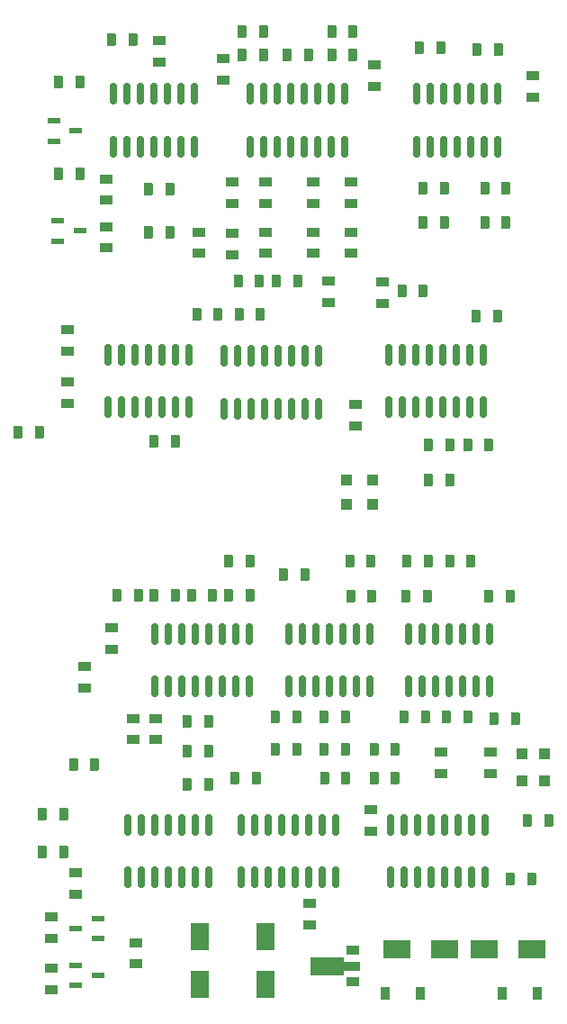
<source format=gbr>
%TF.GenerationSoftware,KiCad,Pcbnew,(5.99.0-10623-gbaf868fce7)*%
%TF.CreationDate,2021-05-29T08:15:44+02:00*%
%TF.ProjectId,voltage_processor,766f6c74-6167-4655-9f70-726f63657373,6*%
%TF.SameCoordinates,Original*%
%TF.FileFunction,Paste,Top*%
%TF.FilePolarity,Positive*%
%FSLAX46Y46*%
G04 Gerber Fmt 4.6, Leading zero omitted, Abs format (unit mm)*
G04 Created by KiCad (PCBNEW (5.99.0-10623-gbaf868fce7)) date 2021-05-29 08:15:44*
%MOMM*%
%LPD*%
G01*
G04 APERTURE LIST*
G04 Aperture macros list*
%AMRoundRect*
0 Rectangle with rounded corners*
0 $1 Rounding radius*
0 $2 $3 $4 $5 $6 $7 $8 $9 X,Y pos of 4 corners*
0 Add a 4 corners polygon primitive as box body*
4,1,4,$2,$3,$4,$5,$6,$7,$8,$9,$2,$3,0*
0 Add four circle primitives for the rounded corners*
1,1,$1+$1,$2,$3*
1,1,$1+$1,$4,$5*
1,1,$1+$1,$6,$7*
1,1,$1+$1,$8,$9*
0 Add four rect primitives between the rounded corners*
20,1,$1+$1,$2,$3,$4,$5,0*
20,1,$1+$1,$4,$5,$6,$7,0*
20,1,$1+$1,$6,$7,$8,$9,0*
20,1,$1+$1,$8,$9,$2,$3,0*%
%AMFreePoly0*
4,1,9,3.862500,-0.866500,0.737500,-0.866500,0.737500,-0.450000,-0.737500,-0.450000,-0.737500,0.450000,0.737500,0.450000,0.737500,0.866500,3.862500,0.866500,3.862500,-0.866500,3.862500,-0.866500,$1*%
G04 Aperture macros list end*
%ADD10RoundRect,0.219375X0.219375X0.410625X-0.219375X0.410625X-0.219375X-0.410625X0.219375X-0.410625X0*%
%ADD11RoundRect,0.219375X-0.219375X-0.410625X0.219375X-0.410625X0.219375X0.410625X-0.219375X0.410625X0*%
%ADD12RoundRect,0.219375X0.410625X-0.219375X0.410625X0.219375X-0.410625X0.219375X-0.410625X-0.219375X0*%
%ADD13RoundRect,0.150000X0.150000X-0.825000X0.150000X0.825000X-0.150000X0.825000X-0.150000X-0.825000X0*%
%ADD14R,1.800000X2.600000*%
%ADD15RoundRect,0.219375X-0.410625X0.219375X-0.410625X-0.219375X0.410625X-0.219375X0.410625X0.219375X0*%
%ADD16R,1.000000X1.000000*%
%ADD17R,1.300000X0.600000*%
%ADD18R,2.600000X1.800000*%
%ADD19R,0.900000X1.200000*%
%ADD20R,1.300000X0.900000*%
%ADD21FreePoly0,180.000000*%
G04 APERTURE END LIST*
D10*
%TO.C,R26*%
X177600000Y-46600000D03*
X175600000Y-46600000D03*
%TD*%
D11*
%TO.C,R68*%
X183300000Y-111100000D03*
X185300000Y-111100000D03*
%TD*%
D12*
%TO.C,R78*%
X160750000Y-108350000D03*
X160750000Y-106350000D03*
%TD*%
D10*
%TO.C,R58*%
X197100000Y-96450000D03*
X195100000Y-96450000D03*
%TD*%
D13*
%TO.C,IC3*%
X175495000Y-126175000D03*
X176765000Y-126175000D03*
X178035000Y-126175000D03*
X179305000Y-126175000D03*
X180575000Y-126175000D03*
X181845000Y-126175000D03*
X183115000Y-126175000D03*
X184385000Y-126175000D03*
X184385000Y-121225000D03*
X183115000Y-121225000D03*
X181845000Y-121225000D03*
X180575000Y-121225000D03*
X179305000Y-121225000D03*
X178035000Y-121225000D03*
X176765000Y-121225000D03*
X175495000Y-121225000D03*
%TD*%
D11*
%TO.C,R72*%
X174300000Y-99600000D03*
X176300000Y-99600000D03*
%TD*%
D14*
%TO.C,C1*%
X177775000Y-136250000D03*
X177775000Y-131750000D03*
%TD*%
D11*
%TO.C,C31*%
X174300000Y-96400000D03*
X176300000Y-96400000D03*
%TD*%
D10*
%TO.C,R75*%
X161700000Y-115600000D03*
X159700000Y-115600000D03*
%TD*%
D15*
%TO.C,R22*%
X167794949Y-47493349D03*
X167794949Y-49493349D03*
%TD*%
D10*
%TO.C,R7*%
X200400000Y-61400000D03*
X198400000Y-61400000D03*
%TD*%
D11*
%TO.C,R21*%
X156800000Y-123800000D03*
X158800000Y-123800000D03*
%TD*%
D10*
%TO.C,R102*%
X168800000Y-65500000D03*
X166800000Y-65500000D03*
%TD*%
%TO.C,R63*%
X187800000Y-99700000D03*
X185800000Y-99700000D03*
%TD*%
D15*
%TO.C,R90*%
X157600000Y-134700000D03*
X157600000Y-136700000D03*
%TD*%
D11*
%TO.C,C30*%
X170400000Y-114300000D03*
X172400000Y-114300000D03*
%TD*%
D10*
%TO.C,R106*%
X172800000Y-99600000D03*
X170800000Y-99600000D03*
%TD*%
D11*
%TO.C,R103*%
X197600000Y-73400000D03*
X199600000Y-73400000D03*
%TD*%
D12*
%TO.C,R10*%
X159100000Y-81600000D03*
X159100000Y-79600000D03*
%TD*%
%TO.C,C15*%
X177794949Y-67493349D03*
X177794949Y-65493349D03*
%TD*%
D15*
%TO.C,R19*%
X171500000Y-65500000D03*
X171500000Y-67500000D03*
%TD*%
D10*
%TO.C,R61*%
X200800000Y-99700000D03*
X198800000Y-99700000D03*
%TD*%
D11*
%TO.C,R16*%
X193100000Y-88800000D03*
X195100000Y-88800000D03*
%TD*%
D10*
%TO.C,R15*%
X169300000Y-85200000D03*
X167300000Y-85200000D03*
%TD*%
D13*
%TO.C,U1*%
X191970000Y-57450000D03*
X193240000Y-57450000D03*
X194510000Y-57450000D03*
X195780000Y-57450000D03*
X197050000Y-57450000D03*
X198320000Y-57450000D03*
X199590000Y-57450000D03*
X199590000Y-52500000D03*
X198320000Y-52500000D03*
X197050000Y-52500000D03*
X195780000Y-52500000D03*
X194510000Y-52500000D03*
X193240000Y-52500000D03*
X191970000Y-52500000D03*
%TD*%
D10*
%TO.C,R48*%
X156500000Y-84300000D03*
X154500000Y-84300000D03*
%TD*%
%TO.C,R69*%
X169300000Y-99600000D03*
X167300000Y-99600000D03*
%TD*%
D11*
%TO.C,C28*%
X163800000Y-99600000D03*
X165800000Y-99600000D03*
%TD*%
D16*
%TO.C,D7*%
X204000000Y-117050000D03*
X204000000Y-114550000D03*
%TD*%
D15*
%TO.C,R36*%
X194300000Y-114400000D03*
X194300000Y-116400000D03*
%TD*%
D17*
%TO.C,Q3*%
X158244949Y-64443349D03*
X158244949Y-66343349D03*
X160344949Y-65393349D03*
%TD*%
D12*
%TO.C,C32*%
X167400000Y-113200000D03*
X167400000Y-111200000D03*
%TD*%
D10*
%TO.C,R32*%
X199700000Y-48300000D03*
X197700000Y-48300000D03*
%TD*%
%TO.C,R49*%
X160294949Y-59993349D03*
X158294949Y-59993349D03*
%TD*%
%TO.C,R52*%
X180700000Y-114100000D03*
X178700000Y-114100000D03*
%TD*%
D12*
%TO.C,R38*%
X188800000Y-72200000D03*
X188800000Y-70200000D03*
%TD*%
D13*
%TO.C,U9*%
X179940000Y-108225000D03*
X181210000Y-108225000D03*
X182480000Y-108225000D03*
X183750000Y-108225000D03*
X185020000Y-108225000D03*
X186290000Y-108225000D03*
X187560000Y-108225000D03*
X187560000Y-103275000D03*
X186290000Y-103275000D03*
X185020000Y-103275000D03*
X183750000Y-103275000D03*
X182480000Y-103275000D03*
X181210000Y-103275000D03*
X179940000Y-103275000D03*
%TD*%
D12*
%TO.C,C11*%
X173800000Y-51200000D03*
X173800000Y-49200000D03*
%TD*%
D18*
%TO.C,C4*%
X198300000Y-132925000D03*
X202800000Y-132925000D03*
%TD*%
D15*
%TO.C,R18*%
X183700000Y-70100000D03*
X183700000Y-72100000D03*
%TD*%
D12*
%TO.C,R88*%
X165600000Y-134300000D03*
X165600000Y-132300000D03*
%TD*%
D13*
%TO.C,U10*%
X167355000Y-108225000D03*
X168625000Y-108225000D03*
X169895000Y-108225000D03*
X171165000Y-108225000D03*
X172435000Y-108225000D03*
X173705000Y-108225000D03*
X174975000Y-108225000D03*
X176245000Y-108225000D03*
X176245000Y-103275000D03*
X174975000Y-103275000D03*
X173705000Y-103275000D03*
X172435000Y-103275000D03*
X171165000Y-103275000D03*
X169895000Y-103275000D03*
X168625000Y-103275000D03*
X167355000Y-103275000D03*
%TD*%
D11*
%TO.C,R13*%
X166794949Y-61493349D03*
X168794949Y-61493349D03*
%TD*%
%TO.C,R51*%
X190800000Y-111100000D03*
X192800000Y-111100000D03*
%TD*%
D17*
%TO.C,Q4*%
X157844949Y-55043349D03*
X157844949Y-56943349D03*
X159944949Y-55993349D03*
%TD*%
D13*
%TO.C,IC2*%
X189374949Y-81943349D03*
X190644949Y-81943349D03*
X191914949Y-81943349D03*
X193184949Y-81943349D03*
X194454949Y-81943349D03*
X195724949Y-81943349D03*
X196994949Y-81943349D03*
X198264949Y-81943349D03*
X198264949Y-76993349D03*
X196994949Y-76993349D03*
X195724949Y-76993349D03*
X194454949Y-76993349D03*
X193184949Y-76993349D03*
X191914949Y-76993349D03*
X190644949Y-76993349D03*
X189374949Y-76993349D03*
%TD*%
D16*
%TO.C,D8*%
X201900000Y-114550000D03*
X201900000Y-117050000D03*
%TD*%
D12*
%TO.C,R27*%
X174600000Y-67600000D03*
X174600000Y-65600000D03*
%TD*%
D15*
%TO.C,R70*%
X163250000Y-102700000D03*
X163250000Y-104700000D03*
%TD*%
%TO.C,R50*%
X187700000Y-119800000D03*
X187700000Y-121800000D03*
%TD*%
D10*
%TO.C,R28*%
X177600000Y-48800000D03*
X175600000Y-48800000D03*
%TD*%
D18*
%TO.C,C3*%
X190150000Y-132925000D03*
X194650000Y-132925000D03*
%TD*%
D10*
%TO.C,R23*%
X177294949Y-73200000D03*
X175294949Y-73200000D03*
%TD*%
D13*
%TO.C,U6*%
X176349949Y-57468349D03*
X177619949Y-57468349D03*
X178889949Y-57468349D03*
X180159949Y-57468349D03*
X181429949Y-57468349D03*
X182699949Y-57468349D03*
X183969949Y-57468349D03*
X185239949Y-57468349D03*
X185239949Y-52518349D03*
X183969949Y-52518349D03*
X182699949Y-52518349D03*
X181429949Y-52518349D03*
X180159949Y-52518349D03*
X178889949Y-52518349D03*
X177619949Y-52518349D03*
X176349949Y-52518349D03*
%TD*%
D11*
%TO.C,R67*%
X185700000Y-96450000D03*
X187700000Y-96450000D03*
%TD*%
D13*
%TO.C,U8*%
X191210000Y-108225000D03*
X192480000Y-108225000D03*
X193750000Y-108225000D03*
X195020000Y-108225000D03*
X196290000Y-108225000D03*
X197560000Y-108225000D03*
X198830000Y-108225000D03*
X198830000Y-103275000D03*
X197560000Y-103275000D03*
X196290000Y-103275000D03*
X195020000Y-103275000D03*
X193750000Y-103275000D03*
X192480000Y-103275000D03*
X191210000Y-103275000D03*
%TD*%
D19*
%TO.C,D1*%
X192350000Y-137050000D03*
X189050000Y-137050000D03*
%TD*%
D15*
%TO.C,R12*%
X159100000Y-74700000D03*
X159100000Y-76700000D03*
%TD*%
D13*
%TO.C,IC4*%
X189495000Y-126175000D03*
X190765000Y-126175000D03*
X192035000Y-126175000D03*
X193305000Y-126175000D03*
X194575000Y-126175000D03*
X195845000Y-126175000D03*
X197115000Y-126175000D03*
X198385000Y-126175000D03*
X198385000Y-121225000D03*
X197115000Y-121225000D03*
X195845000Y-121225000D03*
X194575000Y-121225000D03*
X193305000Y-121225000D03*
X192035000Y-121225000D03*
X190765000Y-121225000D03*
X189495000Y-121225000D03*
%TD*%
D10*
%TO.C,R71*%
X172400000Y-111500000D03*
X170400000Y-111500000D03*
%TD*%
D15*
%TO.C,R35*%
X181900000Y-128600000D03*
X181900000Y-130600000D03*
%TD*%
D10*
%TO.C,R56*%
X201300000Y-111200000D03*
X199300000Y-111200000D03*
%TD*%
D11*
%TO.C,R54*%
X178700000Y-111100000D03*
X180700000Y-111100000D03*
%TD*%
D13*
%TO.C,U11*%
X164810051Y-126156651D03*
X166080051Y-126156651D03*
X167350051Y-126156651D03*
X168620051Y-126156651D03*
X169890051Y-126156651D03*
X171160051Y-126156651D03*
X172430051Y-126156651D03*
X172430051Y-121206651D03*
X171160051Y-121206651D03*
X169890051Y-121206651D03*
X168620051Y-121206651D03*
X167350051Y-121206651D03*
X166080051Y-121206651D03*
X164810051Y-121206651D03*
%TD*%
D10*
%TO.C,R37*%
X194600000Y-64600000D03*
X192600000Y-64600000D03*
%TD*%
D11*
%TO.C,R25*%
X178794949Y-70093349D03*
X180794949Y-70093349D03*
%TD*%
D12*
%TO.C,R44*%
X162794949Y-66993349D03*
X162794949Y-64993349D03*
%TD*%
D19*
%TO.C,D2*%
X200050000Y-137050000D03*
X203350000Y-137050000D03*
%TD*%
D11*
%TO.C,R55*%
X191100000Y-96450000D03*
X193100000Y-96450000D03*
%TD*%
D10*
%TO.C,R62*%
X202800000Y-126300000D03*
X200800000Y-126300000D03*
%TD*%
D15*
%TO.C,R30*%
X185794949Y-60800000D03*
X185794949Y-62800000D03*
%TD*%
D11*
%TO.C,R40*%
X174900000Y-116800000D03*
X176900000Y-116800000D03*
%TD*%
D13*
%TO.C,U4*%
X162984949Y-81968349D03*
X164254949Y-81968349D03*
X165524949Y-81968349D03*
X166794949Y-81968349D03*
X168064949Y-81968349D03*
X169334949Y-81968349D03*
X170604949Y-81968349D03*
X170604949Y-77018349D03*
X169334949Y-77018349D03*
X168064949Y-77018349D03*
X166794949Y-77018349D03*
X165524949Y-77018349D03*
X164254949Y-77018349D03*
X162984949Y-77018349D03*
%TD*%
D11*
%TO.C,R43*%
X170400000Y-117400000D03*
X172400000Y-117400000D03*
%TD*%
D15*
%TO.C,R24*%
X174600000Y-60800000D03*
X174600000Y-62800000D03*
%TD*%
D11*
%TO.C,R8*%
X192250000Y-48200000D03*
X194250000Y-48200000D03*
%TD*%
D12*
%TO.C,R29*%
X182294949Y-67493349D03*
X182294949Y-65493349D03*
%TD*%
D11*
%TO.C,R5*%
X198400000Y-64600000D03*
X200400000Y-64600000D03*
%TD*%
D16*
%TO.C,D9*%
X185350000Y-91100000D03*
X187850000Y-91100000D03*
%TD*%
D10*
%TO.C,R59*%
X204400000Y-120800000D03*
X202400000Y-120800000D03*
%TD*%
D12*
%TO.C,C13*%
X185794949Y-67493349D03*
X185794949Y-65493349D03*
%TD*%
D13*
%TO.C,U5*%
X163484949Y-57468349D03*
X164754949Y-57468349D03*
X166024949Y-57468349D03*
X167294949Y-57468349D03*
X168564949Y-57468349D03*
X169834949Y-57468349D03*
X171104949Y-57468349D03*
X171104949Y-52518349D03*
X169834949Y-52518349D03*
X168564949Y-52518349D03*
X167294949Y-52518349D03*
X166024949Y-52518349D03*
X164754949Y-52518349D03*
X163484949Y-52518349D03*
%TD*%
D17*
%TO.C,Q2*%
X159900000Y-134425000D03*
X159900000Y-136325000D03*
X162000000Y-135375000D03*
%TD*%
D12*
%TO.C,C14*%
X188000000Y-51800000D03*
X188000000Y-49800000D03*
%TD*%
D10*
%TO.C,R105*%
X181500000Y-97700000D03*
X179500000Y-97700000D03*
%TD*%
D11*
%TO.C,R65*%
X183300000Y-114100000D03*
X185300000Y-114100000D03*
%TD*%
D13*
%TO.C,IC1*%
X173854949Y-82093349D03*
X175124949Y-82093349D03*
X176394949Y-82093349D03*
X177664949Y-82093349D03*
X178934949Y-82093349D03*
X180204949Y-82093349D03*
X181474949Y-82093349D03*
X182744949Y-82093349D03*
X182744949Y-77143349D03*
X181474949Y-77143349D03*
X180204949Y-77143349D03*
X178934949Y-77143349D03*
X177664949Y-77143349D03*
X176394949Y-77143349D03*
X175124949Y-77143349D03*
X173854949Y-77143349D03*
%TD*%
D11*
%TO.C,R87*%
X156800000Y-120200000D03*
X158800000Y-120200000D03*
%TD*%
D12*
%TO.C,R41*%
X162800000Y-62500000D03*
X162800000Y-60500000D03*
%TD*%
D15*
%TO.C,R66*%
X198900000Y-114400000D03*
X198900000Y-116400000D03*
%TD*%
D12*
%TO.C,R82*%
X159940000Y-127720300D03*
X159940000Y-125720300D03*
%TD*%
D11*
%TO.C,R11*%
X175194949Y-70093349D03*
X177194949Y-70093349D03*
%TD*%
D10*
%TO.C,R17*%
X198800000Y-85500000D03*
X196800000Y-85500000D03*
%TD*%
D11*
%TO.C,R60*%
X188000000Y-114100000D03*
X190000000Y-114100000D03*
%TD*%
D17*
%TO.C,Q1*%
X162000000Y-131900000D03*
X162000000Y-130000000D03*
X159900000Y-130950000D03*
%TD*%
D15*
%TO.C,R33*%
X177794949Y-60800000D03*
X177794949Y-62800000D03*
%TD*%
%TO.C,R6*%
X202900000Y-50800000D03*
X202900000Y-52800000D03*
%TD*%
D10*
%TO.C,R53*%
X190000000Y-116800000D03*
X188000000Y-116800000D03*
%TD*%
%TO.C,R109*%
X181800000Y-48800000D03*
X179800000Y-48800000D03*
%TD*%
%TO.C,R20*%
X173294949Y-73200000D03*
X171294949Y-73200000D03*
%TD*%
D11*
%TO.C,R64*%
X194800000Y-111100000D03*
X196800000Y-111100000D03*
%TD*%
D12*
%TO.C,R73*%
X186194949Y-83693349D03*
X186194949Y-81693349D03*
%TD*%
D11*
%TO.C,R47*%
X158300000Y-51400000D03*
X160300000Y-51400000D03*
%TD*%
%TO.C,R39*%
X190600000Y-71000000D03*
X192600000Y-71000000D03*
%TD*%
%TO.C,R14*%
X193100000Y-85500000D03*
X195100000Y-85500000D03*
%TD*%
D10*
%TO.C,R9*%
X194600000Y-61400000D03*
X192600000Y-61400000D03*
%TD*%
D15*
%TO.C,R74*%
X165350000Y-111200000D03*
X165350000Y-113200000D03*
%TD*%
%TO.C,R34*%
X182294949Y-60800000D03*
X182294949Y-62800000D03*
%TD*%
D11*
%TO.C,R31*%
X184000000Y-48800000D03*
X186000000Y-48800000D03*
%TD*%
D14*
%TO.C,C2*%
X171600000Y-136200000D03*
X171600000Y-131700000D03*
%TD*%
D10*
%TO.C,R95*%
X185325000Y-116800000D03*
X183325000Y-116800000D03*
%TD*%
D11*
%TO.C,R57*%
X191000000Y-99700000D03*
X193000000Y-99700000D03*
%TD*%
D20*
%TO.C,U2*%
X185944949Y-135993349D03*
D21*
X185857449Y-134493349D03*
D20*
X185944949Y-132993349D03*
%TD*%
D15*
%TO.C,R85*%
X157600000Y-129900000D03*
X157600000Y-131900000D03*
%TD*%
D10*
%TO.C,R46*%
X186000000Y-46600000D03*
X184000000Y-46600000D03*
%TD*%
D11*
%TO.C,R108*%
X163294949Y-47393349D03*
X165294949Y-47393349D03*
%TD*%
D16*
%TO.C,D10*%
X187850000Y-88800000D03*
X185350000Y-88800000D03*
%TD*%
M02*

</source>
